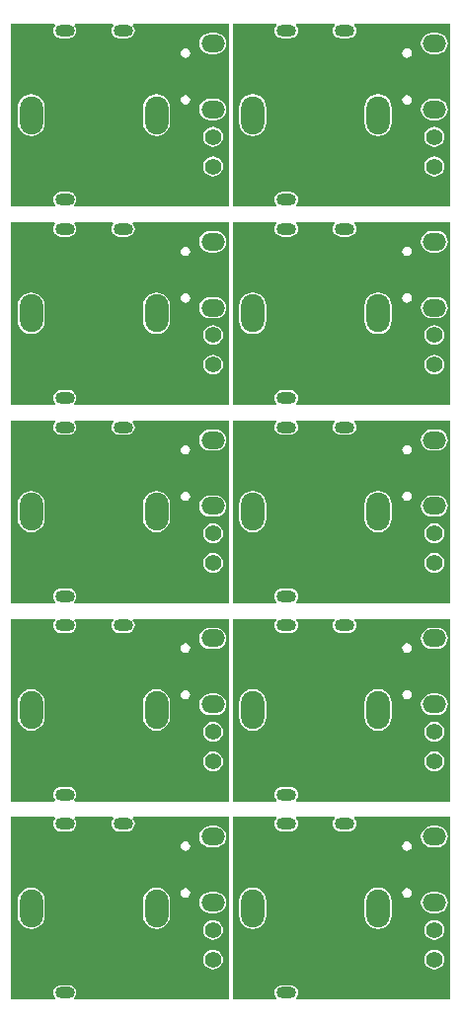
<source format=gbr>
%TF.GenerationSoftware,Altium Limited,Altium Designer,20.1.8 (145)*%
G04 Layer_Physical_Order=1*
G04 Layer_Color=2232046*
%FSLAX45Y45*%
%MOMM*%
%TF.SameCoordinates,0E9F4796-1360-41E2-86C3-8BEED11D2ECA*%
%TF.FilePolarity,Positive*%
%TF.FileFunction,Copper,L1,Top,Signal*%
%TF.Part,CustomerPanel*%
G01*
G75*
%TA.AperFunction,ComponentPad*%
G04:AMPARAMS|DCode=10|XSize=2mm|YSize=3.25mm|CornerRadius=1mm|HoleSize=0mm|Usage=FLASHONLY|Rotation=180.000|XOffset=0mm|YOffset=0mm|HoleType=Round|Shape=RoundedRectangle|*
%AMROUNDEDRECTD10*
21,1,2.00000,1.25000,0,0,180.0*
21,1,0.00000,3.25000,0,0,180.0*
1,1,2.00000,0.00000,0.62500*
1,1,2.00000,0.00000,0.62500*
1,1,2.00000,0.00000,-0.62500*
1,1,2.00000,0.00000,-0.62500*
%
%ADD10ROUNDEDRECTD10*%
%ADD11O,2.00000X3.25000*%
%ADD12O,1.70000X1.00000*%
%ADD13O,2.00000X1.50000*%
G04:AMPARAMS|DCode=14|XSize=1.4mm|YSize=1.4mm|CornerRadius=0.7mm|HoleSize=0mm|Usage=FLASHONLY|Rotation=270.000|XOffset=0mm|YOffset=0mm|HoleType=Round|Shape=RoundedRectangle|*
%AMROUNDEDRECTD14*
21,1,1.40000,0.00000,0,0,270.0*
21,1,0.00000,1.40000,0,0,270.0*
1,1,1.40000,0.00000,0.00000*
1,1,1.40000,0.00000,0.00000*
1,1,1.40000,0.00000,0.00000*
1,1,1.40000,0.00000,0.00000*
%
%ADD14ROUNDEDRECTD14*%
%TA.AperFunction,ViaPad*%
%ADD15C,0.61000*%
G36*
X5283167Y7516834D02*
X3964374D01*
X3960172Y7526945D01*
X3959761Y7529534D01*
X3969787Y7542599D01*
X3976361Y7558469D01*
X3978603Y7575500D01*
X3976361Y7592531D01*
X3969787Y7608402D01*
X3959329Y7622030D01*
X3945701Y7632487D01*
X3929831Y7639061D01*
X3912800Y7641303D01*
X3842800D01*
X3825769Y7639061D01*
X3809899Y7632487D01*
X3796271Y7622030D01*
X3785813Y7608402D01*
X3779239Y7592531D01*
X3776997Y7575500D01*
X3779239Y7558469D01*
X3785813Y7542599D01*
X3795838Y7529534D01*
X3795428Y7526945D01*
X3791226Y7516834D01*
X3416833D01*
Y9083167D01*
X3789923D01*
X3793611Y9076696D01*
X3795071Y9070467D01*
X3785813Y9058402D01*
X3779239Y9042531D01*
X3776997Y9025500D01*
X3779239Y9008469D01*
X3785813Y8992599D01*
X3796271Y8978971D01*
X3809899Y8968513D01*
X3825769Y8961940D01*
X3842800Y8959698D01*
X3912800D01*
X3929831Y8961940D01*
X3945701Y8968513D01*
X3959329Y8978971D01*
X3969787Y8992599D01*
X3976361Y9008469D01*
X3978603Y9025500D01*
X3976361Y9042531D01*
X3969787Y9058402D01*
X3960529Y9070467D01*
X3961989Y9076696D01*
X3965677Y9083167D01*
X4289923D01*
X4293611Y9076696D01*
X4295071Y9070467D01*
X4285813Y9058402D01*
X4279239Y9042531D01*
X4276997Y9025500D01*
X4279239Y9008469D01*
X4285813Y8992599D01*
X4296271Y8978971D01*
X4309899Y8968513D01*
X4325769Y8961940D01*
X4342800Y8959698D01*
X4412800D01*
X4429831Y8961940D01*
X4445701Y8968513D01*
X4459329Y8978971D01*
X4469787Y8992599D01*
X4476361Y9008469D01*
X4478603Y9025500D01*
X4476361Y9042531D01*
X4469787Y9058402D01*
X4460529Y9070467D01*
X4461989Y9076696D01*
X4465677Y9083167D01*
X5283167D01*
Y7516834D01*
D02*
G37*
G36*
X3383167D02*
X2064374D01*
X2060172Y7526945D01*
X2059761Y7529534D01*
X2069787Y7542599D01*
X2076361Y7558469D01*
X2078603Y7575500D01*
X2076361Y7592531D01*
X2069787Y7608402D01*
X2059329Y7622030D01*
X2045701Y7632487D01*
X2029831Y7639061D01*
X2012800Y7641303D01*
X1942800D01*
X1925769Y7639061D01*
X1909899Y7632487D01*
X1896271Y7622030D01*
X1885813Y7608402D01*
X1879239Y7592531D01*
X1876997Y7575500D01*
X1879239Y7558469D01*
X1885813Y7542599D01*
X1895838Y7529534D01*
X1895428Y7526945D01*
X1891226Y7516834D01*
X1516833D01*
Y9083167D01*
X1889923D01*
X1893611Y9076696D01*
X1895071Y9070467D01*
X1885813Y9058402D01*
X1879239Y9042531D01*
X1876997Y9025500D01*
X1879239Y9008469D01*
X1885813Y8992599D01*
X1896271Y8978971D01*
X1909899Y8968513D01*
X1925769Y8961940D01*
X1942800Y8959698D01*
X2012800D01*
X2029831Y8961940D01*
X2045701Y8968513D01*
X2059329Y8978971D01*
X2069787Y8992599D01*
X2076361Y9008469D01*
X2078603Y9025500D01*
X2076361Y9042531D01*
X2069787Y9058402D01*
X2060529Y9070467D01*
X2061989Y9076696D01*
X2065677Y9083167D01*
X2389923D01*
X2393611Y9076696D01*
X2395071Y9070467D01*
X2385813Y9058402D01*
X2379239Y9042531D01*
X2376997Y9025500D01*
X2379239Y9008469D01*
X2385813Y8992599D01*
X2396271Y8978971D01*
X2409899Y8968513D01*
X2425769Y8961940D01*
X2442800Y8959698D01*
X2512800D01*
X2529831Y8961940D01*
X2545701Y8968513D01*
X2559329Y8978971D01*
X2569787Y8992599D01*
X2576361Y9008469D01*
X2578603Y9025500D01*
X2576361Y9042531D01*
X2569787Y9058402D01*
X2560529Y9070467D01*
X2561989Y9076696D01*
X2565677Y9083167D01*
X3383167D01*
Y7516834D01*
D02*
G37*
G36*
X5283167Y5816833D02*
X3964374D01*
X3960172Y5826945D01*
X3959761Y5829533D01*
X3969787Y5842599D01*
X3976361Y5858469D01*
X3978603Y5875500D01*
X3976361Y5892531D01*
X3969787Y5908401D01*
X3959329Y5922030D01*
X3945701Y5932487D01*
X3929831Y5939061D01*
X3912800Y5941303D01*
X3842800D01*
X3825769Y5939061D01*
X3809899Y5932487D01*
X3796271Y5922030D01*
X3785813Y5908401D01*
X3779239Y5892531D01*
X3776997Y5875500D01*
X3779239Y5858469D01*
X3785813Y5842599D01*
X3795838Y5829533D01*
X3795428Y5826945D01*
X3791226Y5816833D01*
X3416833D01*
Y7383167D01*
X3789923D01*
X3793611Y7376695D01*
X3795071Y7370467D01*
X3785813Y7358402D01*
X3779239Y7342531D01*
X3776997Y7325500D01*
X3779239Y7308469D01*
X3785813Y7292599D01*
X3796271Y7278971D01*
X3809899Y7268513D01*
X3825769Y7261940D01*
X3842800Y7259697D01*
X3912800D01*
X3929831Y7261940D01*
X3945701Y7268513D01*
X3959329Y7278971D01*
X3969787Y7292599D01*
X3976361Y7308469D01*
X3978603Y7325500D01*
X3976361Y7342531D01*
X3969787Y7358402D01*
X3960529Y7370467D01*
X3961989Y7376695D01*
X3965677Y7383167D01*
X4289923D01*
X4293611Y7376695D01*
X4295071Y7370467D01*
X4285813Y7358402D01*
X4279239Y7342531D01*
X4276997Y7325500D01*
X4279239Y7308469D01*
X4285813Y7292599D01*
X4296271Y7278971D01*
X4309899Y7268513D01*
X4325769Y7261940D01*
X4342800Y7259697D01*
X4412800D01*
X4429831Y7261940D01*
X4445701Y7268513D01*
X4459329Y7278971D01*
X4469787Y7292599D01*
X4476361Y7308469D01*
X4478603Y7325500D01*
X4476361Y7342531D01*
X4469787Y7358402D01*
X4460529Y7370467D01*
X4461989Y7376695D01*
X4465677Y7383167D01*
X5283167D01*
Y5816833D01*
D02*
G37*
G36*
X3383167D02*
X2064374D01*
X2060172Y5826945D01*
X2059761Y5829533D01*
X2069787Y5842599D01*
X2076361Y5858469D01*
X2078603Y5875500D01*
X2076361Y5892531D01*
X2069787Y5908401D01*
X2059329Y5922030D01*
X2045701Y5932487D01*
X2029831Y5939061D01*
X2012800Y5941303D01*
X1942800D01*
X1925769Y5939061D01*
X1909899Y5932487D01*
X1896271Y5922030D01*
X1885813Y5908401D01*
X1879239Y5892531D01*
X1876997Y5875500D01*
X1879239Y5858469D01*
X1885813Y5842599D01*
X1895838Y5829533D01*
X1895428Y5826945D01*
X1891226Y5816833D01*
X1516833D01*
Y7383167D01*
X1889923D01*
X1893611Y7376695D01*
X1895071Y7370467D01*
X1885813Y7358402D01*
X1879239Y7342531D01*
X1876997Y7325500D01*
X1879239Y7308469D01*
X1885813Y7292599D01*
X1896271Y7278971D01*
X1909899Y7268513D01*
X1925769Y7261940D01*
X1942800Y7259697D01*
X2012800D01*
X2029831Y7261940D01*
X2045701Y7268513D01*
X2059329Y7278971D01*
X2069787Y7292599D01*
X2076361Y7308469D01*
X2078603Y7325500D01*
X2076361Y7342531D01*
X2069787Y7358402D01*
X2060529Y7370467D01*
X2061989Y7376695D01*
X2065677Y7383167D01*
X2389923D01*
X2393611Y7376695D01*
X2395071Y7370467D01*
X2385813Y7358402D01*
X2379239Y7342531D01*
X2376997Y7325500D01*
X2379239Y7308469D01*
X2385813Y7292599D01*
X2396271Y7278971D01*
X2409899Y7268513D01*
X2425769Y7261940D01*
X2442800Y7259697D01*
X2512800D01*
X2529831Y7261940D01*
X2545701Y7268513D01*
X2559329Y7278971D01*
X2569787Y7292599D01*
X2576361Y7308469D01*
X2578603Y7325500D01*
X2576361Y7342531D01*
X2569787Y7358402D01*
X2560529Y7370467D01*
X2561989Y7376695D01*
X2565677Y7383167D01*
X3383167D01*
Y5816833D01*
D02*
G37*
G36*
X5283167Y4116833D02*
X3964374D01*
X3960172Y4126945D01*
X3959761Y4129533D01*
X3969787Y4142599D01*
X3976361Y4158469D01*
X3978603Y4175500D01*
X3976361Y4192531D01*
X3969787Y4208401D01*
X3959329Y4222029D01*
X3945701Y4232487D01*
X3929831Y4239061D01*
X3912800Y4241303D01*
X3842800D01*
X3825769Y4239061D01*
X3809899Y4232487D01*
X3796271Y4222029D01*
X3785813Y4208401D01*
X3779239Y4192531D01*
X3776997Y4175500D01*
X3779239Y4158469D01*
X3785813Y4142599D01*
X3795838Y4129533D01*
X3795428Y4126945D01*
X3791226Y4116833D01*
X3416833D01*
Y5683167D01*
X3789923D01*
X3793611Y5676695D01*
X3795071Y5670467D01*
X3785813Y5658401D01*
X3779239Y5642531D01*
X3776997Y5625500D01*
X3779239Y5608469D01*
X3785813Y5592599D01*
X3796271Y5578971D01*
X3809899Y5568513D01*
X3825769Y5561939D01*
X3842800Y5559697D01*
X3912800D01*
X3929831Y5561939D01*
X3945701Y5568513D01*
X3959329Y5578971D01*
X3969787Y5592599D01*
X3976361Y5608469D01*
X3978603Y5625500D01*
X3976361Y5642531D01*
X3969787Y5658401D01*
X3960529Y5670467D01*
X3961989Y5676695D01*
X3965677Y5683167D01*
X4289923D01*
X4293611Y5676695D01*
X4295071Y5670467D01*
X4285813Y5658401D01*
X4279239Y5642531D01*
X4276997Y5625500D01*
X4279239Y5608469D01*
X4285813Y5592599D01*
X4296271Y5578971D01*
X4309899Y5568513D01*
X4325769Y5561939D01*
X4342800Y5559697D01*
X4412800D01*
X4429831Y5561939D01*
X4445701Y5568513D01*
X4459329Y5578971D01*
X4469787Y5592599D01*
X4476361Y5608469D01*
X4478603Y5625500D01*
X4476361Y5642531D01*
X4469787Y5658401D01*
X4460529Y5670467D01*
X4461989Y5676695D01*
X4465677Y5683167D01*
X5283167D01*
Y4116833D01*
D02*
G37*
G36*
X3383167D02*
X2064374D01*
X2060172Y4126945D01*
X2059761Y4129533D01*
X2069787Y4142599D01*
X2076361Y4158469D01*
X2078603Y4175500D01*
X2076361Y4192531D01*
X2069787Y4208401D01*
X2059329Y4222029D01*
X2045701Y4232487D01*
X2029831Y4239061D01*
X2012800Y4241303D01*
X1942800D01*
X1925769Y4239061D01*
X1909899Y4232487D01*
X1896271Y4222029D01*
X1885813Y4208401D01*
X1879239Y4192531D01*
X1876997Y4175500D01*
X1879239Y4158469D01*
X1885813Y4142599D01*
X1895838Y4129533D01*
X1895428Y4126945D01*
X1891226Y4116833D01*
X1516833D01*
Y5683167D01*
X1889923D01*
X1893611Y5676695D01*
X1895071Y5670467D01*
X1885813Y5658401D01*
X1879239Y5642531D01*
X1876997Y5625500D01*
X1879239Y5608469D01*
X1885813Y5592599D01*
X1896271Y5578971D01*
X1909899Y5568513D01*
X1925769Y5561939D01*
X1942800Y5559697D01*
X2012800D01*
X2029831Y5561939D01*
X2045701Y5568513D01*
X2059329Y5578971D01*
X2069787Y5592599D01*
X2076361Y5608469D01*
X2078603Y5625500D01*
X2076361Y5642531D01*
X2069787Y5658401D01*
X2060529Y5670467D01*
X2061989Y5676695D01*
X2065677Y5683167D01*
X2389923D01*
X2393611Y5676695D01*
X2395071Y5670467D01*
X2385813Y5658401D01*
X2379239Y5642531D01*
X2376997Y5625500D01*
X2379239Y5608469D01*
X2385813Y5592599D01*
X2396271Y5578971D01*
X2409899Y5568513D01*
X2425769Y5561939D01*
X2442800Y5559697D01*
X2512800D01*
X2529831Y5561939D01*
X2545701Y5568513D01*
X2559329Y5578971D01*
X2569787Y5592599D01*
X2576361Y5608469D01*
X2578603Y5625500D01*
X2576361Y5642531D01*
X2569787Y5658401D01*
X2560529Y5670467D01*
X2561989Y5676695D01*
X2565677Y5683167D01*
X3383167D01*
Y4116833D01*
D02*
G37*
G36*
X5283167Y2416833D02*
X3964374D01*
X3960172Y2426944D01*
X3959761Y2429533D01*
X3969787Y2442598D01*
X3976361Y2458469D01*
X3978603Y2475500D01*
X3976361Y2492531D01*
X3969787Y2508401D01*
X3959329Y2522029D01*
X3945701Y2532487D01*
X3929831Y2539060D01*
X3912800Y2541303D01*
X3842800D01*
X3825769Y2539060D01*
X3809899Y2532487D01*
X3796271Y2522029D01*
X3785813Y2508401D01*
X3779239Y2492531D01*
X3776997Y2475500D01*
X3779239Y2458469D01*
X3785813Y2442598D01*
X3795838Y2429533D01*
X3795428Y2426944D01*
X3791226Y2416833D01*
X3416833D01*
Y3983167D01*
X3789923D01*
X3793611Y3976695D01*
X3795071Y3970467D01*
X3785813Y3958401D01*
X3779239Y3942531D01*
X3776997Y3925500D01*
X3779239Y3908469D01*
X3785813Y3892599D01*
X3796271Y3878970D01*
X3809899Y3868513D01*
X3825769Y3861939D01*
X3842800Y3859697D01*
X3912800D01*
X3929831Y3861939D01*
X3945701Y3868513D01*
X3959329Y3878970D01*
X3969787Y3892599D01*
X3976361Y3908469D01*
X3978603Y3925500D01*
X3976361Y3942531D01*
X3969787Y3958401D01*
X3960529Y3970467D01*
X3961989Y3976695D01*
X3965677Y3983167D01*
X4289923D01*
X4293611Y3976695D01*
X4295071Y3970467D01*
X4285813Y3958401D01*
X4279239Y3942531D01*
X4276997Y3925500D01*
X4279239Y3908469D01*
X4285813Y3892599D01*
X4296271Y3878970D01*
X4309899Y3868513D01*
X4325769Y3861939D01*
X4342800Y3859697D01*
X4412800D01*
X4429831Y3861939D01*
X4445701Y3868513D01*
X4459329Y3878970D01*
X4469787Y3892599D01*
X4476361Y3908469D01*
X4478603Y3925500D01*
X4476361Y3942531D01*
X4469787Y3958401D01*
X4460529Y3970467D01*
X4461989Y3976695D01*
X4465677Y3983167D01*
X5283167D01*
Y2416833D01*
D02*
G37*
G36*
X3383167D02*
X2064374D01*
X2060172Y2426944D01*
X2059761Y2429533D01*
X2069787Y2442598D01*
X2076361Y2458469D01*
X2078603Y2475500D01*
X2076361Y2492531D01*
X2069787Y2508401D01*
X2059329Y2522029D01*
X2045701Y2532487D01*
X2029831Y2539060D01*
X2012800Y2541303D01*
X1942800D01*
X1925769Y2539060D01*
X1909899Y2532487D01*
X1896271Y2522029D01*
X1885813Y2508401D01*
X1879239Y2492531D01*
X1876997Y2475500D01*
X1879239Y2458469D01*
X1885813Y2442598D01*
X1895838Y2429533D01*
X1895428Y2426944D01*
X1891226Y2416833D01*
X1516833D01*
Y3983167D01*
X1889923D01*
X1893611Y3976695D01*
X1895071Y3970467D01*
X1885813Y3958401D01*
X1879239Y3942531D01*
X1876997Y3925500D01*
X1879239Y3908469D01*
X1885813Y3892599D01*
X1896271Y3878970D01*
X1909899Y3868513D01*
X1925769Y3861939D01*
X1942800Y3859697D01*
X2012800D01*
X2029831Y3861939D01*
X2045701Y3868513D01*
X2059329Y3878970D01*
X2069787Y3892599D01*
X2076361Y3908469D01*
X2078603Y3925500D01*
X2076361Y3942531D01*
X2069787Y3958401D01*
X2060529Y3970467D01*
X2061989Y3976695D01*
X2065677Y3983167D01*
X2389923D01*
X2393611Y3976695D01*
X2395071Y3970467D01*
X2385813Y3958401D01*
X2379239Y3942531D01*
X2376997Y3925500D01*
X2379239Y3908469D01*
X2385813Y3892599D01*
X2396271Y3878970D01*
X2409899Y3868513D01*
X2425769Y3861939D01*
X2442800Y3859697D01*
X2512800D01*
X2529831Y3861939D01*
X2545701Y3868513D01*
X2559329Y3878970D01*
X2569787Y3892599D01*
X2576361Y3908469D01*
X2578603Y3925500D01*
X2576361Y3942531D01*
X2569787Y3958401D01*
X2560529Y3970467D01*
X2561989Y3976695D01*
X2565677Y3983167D01*
X3383167D01*
Y2416833D01*
D02*
G37*
G36*
X5283167Y716833D02*
X3964374D01*
X3960172Y726944D01*
X3959761Y729533D01*
X3969787Y742598D01*
X3976361Y758469D01*
X3978603Y775500D01*
X3976361Y792531D01*
X3969787Y808401D01*
X3959329Y822029D01*
X3945701Y832487D01*
X3929831Y839060D01*
X3912800Y841302D01*
X3842800D01*
X3825769Y839060D01*
X3809899Y832487D01*
X3796271Y822029D01*
X3785813Y808401D01*
X3779239Y792531D01*
X3776997Y775500D01*
X3779239Y758469D01*
X3785813Y742598D01*
X3795838Y729533D01*
X3795428Y726944D01*
X3791226Y716833D01*
X3416833D01*
Y2283166D01*
X3789923D01*
X3793611Y2276695D01*
X3795071Y2270466D01*
X3785813Y2258401D01*
X3779239Y2242531D01*
X3776997Y2225500D01*
X3779239Y2208469D01*
X3785813Y2192598D01*
X3796271Y2178970D01*
X3809899Y2168513D01*
X3825769Y2161939D01*
X3842800Y2159697D01*
X3912800D01*
X3929831Y2161939D01*
X3945701Y2168513D01*
X3959329Y2178970D01*
X3969787Y2192598D01*
X3976361Y2208469D01*
X3978603Y2225500D01*
X3976361Y2242531D01*
X3969787Y2258401D01*
X3960529Y2270466D01*
X3961989Y2276695D01*
X3965677Y2283166D01*
X4289923D01*
X4293611Y2276695D01*
X4295071Y2270466D01*
X4285813Y2258401D01*
X4279239Y2242531D01*
X4276997Y2225500D01*
X4279239Y2208469D01*
X4285813Y2192598D01*
X4296271Y2178970D01*
X4309899Y2168513D01*
X4325769Y2161939D01*
X4342800Y2159697D01*
X4412800D01*
X4429831Y2161939D01*
X4445701Y2168513D01*
X4459329Y2178970D01*
X4469787Y2192598D01*
X4476361Y2208469D01*
X4478603Y2225500D01*
X4476361Y2242531D01*
X4469787Y2258401D01*
X4460529Y2270466D01*
X4461989Y2276695D01*
X4465677Y2283166D01*
X5283167D01*
Y716833D01*
D02*
G37*
G36*
X3383167D02*
X2064374D01*
X2060172Y726944D01*
X2059761Y729533D01*
X2069787Y742598D01*
X2076361Y758469D01*
X2078603Y775500D01*
X2076361Y792531D01*
X2069787Y808401D01*
X2059329Y822029D01*
X2045701Y832487D01*
X2029831Y839060D01*
X2012800Y841302D01*
X1942800D01*
X1925769Y839060D01*
X1909899Y832487D01*
X1896271Y822029D01*
X1885813Y808401D01*
X1879239Y792531D01*
X1876997Y775500D01*
X1879239Y758469D01*
X1885813Y742598D01*
X1895838Y729533D01*
X1895428Y726944D01*
X1891226Y716833D01*
X1516833D01*
Y2283166D01*
X1889923D01*
X1893611Y2276695D01*
X1895071Y2270466D01*
X1885813Y2258401D01*
X1879239Y2242531D01*
X1876997Y2225500D01*
X1879239Y2208469D01*
X1885813Y2192598D01*
X1896271Y2178970D01*
X1909899Y2168513D01*
X1925769Y2161939D01*
X1942800Y2159697D01*
X2012800D01*
X2029831Y2161939D01*
X2045701Y2168513D01*
X2059329Y2178970D01*
X2069787Y2192598D01*
X2076361Y2208469D01*
X2078603Y2225500D01*
X2076361Y2242531D01*
X2069787Y2258401D01*
X2060529Y2270466D01*
X2061989Y2276695D01*
X2065677Y2283166D01*
X2389923D01*
X2393611Y2276695D01*
X2395071Y2270466D01*
X2385813Y2258401D01*
X2379239Y2242531D01*
X2376997Y2225500D01*
X2379239Y2208469D01*
X2385813Y2192598D01*
X2396271Y2178970D01*
X2409899Y2168513D01*
X2425769Y2161939D01*
X2442800Y2159697D01*
X2512800D01*
X2529831Y2161939D01*
X2545701Y2168513D01*
X2559329Y2178970D01*
X2569787Y2192598D01*
X2576361Y2208469D01*
X2578603Y2225500D01*
X2576361Y2242531D01*
X2569787Y2258401D01*
X2560529Y2270466D01*
X2561989Y2276695D01*
X2565677Y2283166D01*
X3383167D01*
Y716833D01*
D02*
G37*
%LPC*%
G36*
X5173800Y9006019D02*
X5123800D01*
X5100243Y9002917D01*
X5078291Y8993825D01*
X5059440Y8979360D01*
X5044976Y8960510D01*
X5035883Y8938557D01*
X5032781Y8915000D01*
X5035883Y8891443D01*
X5044976Y8869491D01*
X5059440Y8850640D01*
X5078291Y8836176D01*
X5100243Y8827083D01*
X5123800Y8823982D01*
X5173800D01*
X5197358Y8827083D01*
X5219310Y8836176D01*
X5238160Y8850640D01*
X5252625Y8869491D01*
X5261718Y8891443D01*
X5264819Y8915000D01*
X5261718Y8938557D01*
X5252625Y8960510D01*
X5238160Y8979360D01*
X5219310Y8993825D01*
X5197358Y9002917D01*
X5173800Y9006019D01*
D02*
G37*
G36*
X4913800Y8873029D02*
X4898099Y8869906D01*
X4884789Y8861012D01*
X4875895Y8847701D01*
X4872772Y8832000D01*
X4875895Y8816300D01*
X4884789Y8802989D01*
X4898099Y8794095D01*
X4913800Y8790972D01*
X4929501Y8794095D01*
X4942812Y8802989D01*
X4951705Y8816300D01*
X4954829Y8832000D01*
X4951705Y8847701D01*
X4942812Y8861012D01*
X4929501Y8869906D01*
X4913800Y8873029D01*
D02*
G37*
G36*
Y8473029D02*
X4898099Y8469905D01*
X4884789Y8461012D01*
X4875895Y8447701D01*
X4872772Y8432000D01*
X4875895Y8416299D01*
X4884789Y8402989D01*
X4898099Y8394095D01*
X4913800Y8390972D01*
X4929501Y8394095D01*
X4942812Y8402989D01*
X4951705Y8416299D01*
X4954829Y8432000D01*
X4951705Y8447701D01*
X4942812Y8461012D01*
X4929501Y8469905D01*
X4913800Y8473029D01*
D02*
G37*
G36*
X5173800Y8440019D02*
X5123800D01*
X5100243Y8436918D01*
X5078291Y8427825D01*
X5059440Y8413360D01*
X5044976Y8394510D01*
X5035883Y8372558D01*
X5032781Y8349000D01*
X5035883Y8325443D01*
X5044976Y8303491D01*
X5059440Y8284641D01*
X5078291Y8270176D01*
X5100243Y8261083D01*
X5123800Y8257982D01*
X5173800D01*
X5197358Y8261083D01*
X5219310Y8270176D01*
X5238160Y8284641D01*
X5252625Y8303491D01*
X5261718Y8325443D01*
X5264819Y8349000D01*
X5261718Y8372558D01*
X5252625Y8394510D01*
X5238160Y8413360D01*
X5219310Y8427825D01*
X5197358Y8436918D01*
X5173800Y8440019D01*
D02*
G37*
G36*
X4665300Y8479235D02*
X4635216Y8475274D01*
X4607183Y8463662D01*
X4583110Y8445190D01*
X4564638Y8421118D01*
X4553026Y8393084D01*
X4549066Y8363000D01*
Y8238000D01*
X4553026Y8207917D01*
X4564638Y8179883D01*
X4583110Y8155810D01*
X4607183Y8137338D01*
X4635216Y8125726D01*
X4665300Y8121766D01*
X4695384Y8125726D01*
X4723417Y8137338D01*
X4747490Y8155810D01*
X4765962Y8179883D01*
X4777574Y8207917D01*
X4781535Y8238000D01*
Y8363000D01*
X4777574Y8393084D01*
X4765962Y8421118D01*
X4747490Y8445190D01*
X4723417Y8463662D01*
X4695384Y8475274D01*
X4665300Y8479235D01*
D02*
G37*
G36*
X3590300D02*
X3560216Y8475274D01*
X3532183Y8463662D01*
X3508110Y8445190D01*
X3489638Y8421118D01*
X3478026Y8393084D01*
X3474065Y8363000D01*
Y8238000D01*
X3478026Y8207917D01*
X3489638Y8179883D01*
X3508110Y8155810D01*
X3532183Y8137338D01*
X3560216Y8125726D01*
X3590300Y8121766D01*
X3620384Y8125726D01*
X3648417Y8137338D01*
X3672490Y8155810D01*
X3690962Y8179883D01*
X3702574Y8207917D01*
X3706534Y8238000D01*
Y8363000D01*
X3702574Y8393084D01*
X3690962Y8421118D01*
X3672490Y8445190D01*
X3648417Y8463662D01*
X3620384Y8475274D01*
X3590300Y8479235D01*
D02*
G37*
G36*
X5148800Y8200656D02*
X5126548Y8197726D01*
X5105812Y8189137D01*
X5088006Y8175474D01*
X5074343Y8157668D01*
X5065754Y8136932D01*
X5062825Y8114680D01*
X5065754Y8092428D01*
X5074343Y8071693D01*
X5088006Y8053886D01*
X5105812Y8040223D01*
X5126548Y8031634D01*
X5148800Y8028705D01*
X5171052Y8031634D01*
X5191788Y8040223D01*
X5209594Y8053886D01*
X5223257Y8071693D01*
X5231846Y8092428D01*
X5234776Y8114680D01*
X5231846Y8136932D01*
X5223257Y8157668D01*
X5209594Y8175474D01*
X5191788Y8189137D01*
X5171052Y8197726D01*
X5148800Y8200656D01*
D02*
G37*
G36*
Y7946656D02*
X5126548Y7943726D01*
X5105812Y7935137D01*
X5088006Y7921474D01*
X5074343Y7903668D01*
X5065754Y7882932D01*
X5062825Y7860680D01*
X5065754Y7838428D01*
X5074343Y7817693D01*
X5088006Y7799886D01*
X5105812Y7786223D01*
X5126548Y7777634D01*
X5148800Y7774705D01*
X5171052Y7777634D01*
X5191788Y7786223D01*
X5209594Y7799886D01*
X5223257Y7817693D01*
X5231846Y7838428D01*
X5234776Y7860680D01*
X5231846Y7882932D01*
X5223257Y7903668D01*
X5209594Y7921474D01*
X5191788Y7935137D01*
X5171052Y7943726D01*
X5148800Y7946656D01*
D02*
G37*
G36*
X3273800Y9006019D02*
X3223800D01*
X3200243Y9002917D01*
X3178291Y8993825D01*
X3159440Y8979360D01*
X3144976Y8960510D01*
X3135883Y8938557D01*
X3132781Y8915000D01*
X3135883Y8891443D01*
X3144976Y8869491D01*
X3159440Y8850640D01*
X3178291Y8836176D01*
X3200243Y8827083D01*
X3223800Y8823982D01*
X3273800D01*
X3297358Y8827083D01*
X3319310Y8836176D01*
X3338160Y8850640D01*
X3352625Y8869491D01*
X3361718Y8891443D01*
X3364819Y8915000D01*
X3361718Y8938557D01*
X3352625Y8960510D01*
X3338160Y8979360D01*
X3319310Y8993825D01*
X3297358Y9002917D01*
X3273800Y9006019D01*
D02*
G37*
G36*
X3013800Y8873029D02*
X2998099Y8869906D01*
X2984789Y8861012D01*
X2975895Y8847701D01*
X2972772Y8832000D01*
X2975895Y8816300D01*
X2984789Y8802989D01*
X2998099Y8794095D01*
X3013800Y8790972D01*
X3029501Y8794095D01*
X3042812Y8802989D01*
X3051705Y8816300D01*
X3054829Y8832000D01*
X3051705Y8847701D01*
X3042812Y8861012D01*
X3029501Y8869906D01*
X3013800Y8873029D01*
D02*
G37*
G36*
Y8473029D02*
X2998099Y8469905D01*
X2984789Y8461012D01*
X2975895Y8447701D01*
X2972772Y8432000D01*
X2975895Y8416299D01*
X2984789Y8402989D01*
X2998099Y8394095D01*
X3013800Y8390972D01*
X3029501Y8394095D01*
X3042812Y8402989D01*
X3051705Y8416299D01*
X3054829Y8432000D01*
X3051705Y8447701D01*
X3042812Y8461012D01*
X3029501Y8469905D01*
X3013800Y8473029D01*
D02*
G37*
G36*
X3273800Y8440019D02*
X3223800D01*
X3200243Y8436918D01*
X3178291Y8427825D01*
X3159440Y8413360D01*
X3144976Y8394510D01*
X3135883Y8372558D01*
X3132781Y8349000D01*
X3135883Y8325443D01*
X3144976Y8303491D01*
X3159440Y8284641D01*
X3178291Y8270176D01*
X3200243Y8261083D01*
X3223800Y8257982D01*
X3273800D01*
X3297358Y8261083D01*
X3319310Y8270176D01*
X3338160Y8284641D01*
X3352625Y8303491D01*
X3361718Y8325443D01*
X3364819Y8349000D01*
X3361718Y8372558D01*
X3352625Y8394510D01*
X3338160Y8413360D01*
X3319310Y8427825D01*
X3297358Y8436918D01*
X3273800Y8440019D01*
D02*
G37*
G36*
X2765300Y8479235D02*
X2735216Y8475274D01*
X2707183Y8463662D01*
X2683110Y8445190D01*
X2664638Y8421118D01*
X2653026Y8393084D01*
X2649066Y8363000D01*
Y8238000D01*
X2653026Y8207917D01*
X2664638Y8179883D01*
X2683110Y8155810D01*
X2707183Y8137338D01*
X2735216Y8125726D01*
X2765300Y8121766D01*
X2795384Y8125726D01*
X2823417Y8137338D01*
X2847490Y8155810D01*
X2865962Y8179883D01*
X2877574Y8207917D01*
X2881534Y8238000D01*
Y8363000D01*
X2877574Y8393084D01*
X2865962Y8421118D01*
X2847490Y8445190D01*
X2823417Y8463662D01*
X2795384Y8475274D01*
X2765300Y8479235D01*
D02*
G37*
G36*
X1690300D02*
X1660216Y8475274D01*
X1632183Y8463662D01*
X1608110Y8445190D01*
X1589638Y8421118D01*
X1578026Y8393084D01*
X1574065Y8363000D01*
Y8238000D01*
X1578026Y8207917D01*
X1589638Y8179883D01*
X1608110Y8155810D01*
X1632183Y8137338D01*
X1660216Y8125726D01*
X1690300Y8121766D01*
X1720384Y8125726D01*
X1748417Y8137338D01*
X1772490Y8155810D01*
X1790962Y8179883D01*
X1802574Y8207917D01*
X1806534Y8238000D01*
Y8363000D01*
X1802574Y8393084D01*
X1790962Y8421118D01*
X1772490Y8445190D01*
X1748417Y8463662D01*
X1720384Y8475274D01*
X1690300Y8479235D01*
D02*
G37*
G36*
X3248800Y8200656D02*
X3226548Y8197726D01*
X3205812Y8189137D01*
X3188006Y8175474D01*
X3174343Y8157668D01*
X3165754Y8136932D01*
X3162825Y8114680D01*
X3165754Y8092428D01*
X3174343Y8071693D01*
X3188006Y8053886D01*
X3205812Y8040223D01*
X3226548Y8031634D01*
X3248800Y8028705D01*
X3271052Y8031634D01*
X3291788Y8040223D01*
X3309594Y8053886D01*
X3323257Y8071693D01*
X3331846Y8092428D01*
X3334776Y8114680D01*
X3331846Y8136932D01*
X3323257Y8157668D01*
X3309594Y8175474D01*
X3291788Y8189137D01*
X3271052Y8197726D01*
X3248800Y8200656D01*
D02*
G37*
G36*
Y7946656D02*
X3226548Y7943726D01*
X3205812Y7935137D01*
X3188006Y7921474D01*
X3174343Y7903668D01*
X3165754Y7882932D01*
X3162825Y7860680D01*
X3165754Y7838428D01*
X3174343Y7817693D01*
X3188006Y7799886D01*
X3205812Y7786223D01*
X3226548Y7777634D01*
X3248800Y7774705D01*
X3271052Y7777634D01*
X3291788Y7786223D01*
X3309594Y7799886D01*
X3323257Y7817693D01*
X3331846Y7838428D01*
X3334776Y7860680D01*
X3331846Y7882932D01*
X3323257Y7903668D01*
X3309594Y7921474D01*
X3291788Y7935137D01*
X3271052Y7943726D01*
X3248800Y7946656D01*
D02*
G37*
G36*
X5173800Y7306019D02*
X5123800D01*
X5100243Y7302917D01*
X5078291Y7293824D01*
X5059440Y7279360D01*
X5044976Y7260509D01*
X5035883Y7238557D01*
X5032781Y7215000D01*
X5035883Y7191443D01*
X5044976Y7169491D01*
X5059440Y7150640D01*
X5078291Y7136176D01*
X5100243Y7127083D01*
X5123800Y7123981D01*
X5173800D01*
X5197358Y7127083D01*
X5219310Y7136176D01*
X5238160Y7150640D01*
X5252625Y7169491D01*
X5261718Y7191443D01*
X5264819Y7215000D01*
X5261718Y7238557D01*
X5252625Y7260509D01*
X5238160Y7279360D01*
X5219310Y7293824D01*
X5197358Y7302917D01*
X5173800Y7306019D01*
D02*
G37*
G36*
X4913800Y7173029D02*
X4898099Y7169905D01*
X4884789Y7161012D01*
X4875895Y7147701D01*
X4872772Y7132000D01*
X4875895Y7116299D01*
X4884789Y7102989D01*
X4898099Y7094095D01*
X4913800Y7090972D01*
X4929501Y7094095D01*
X4942812Y7102989D01*
X4951705Y7116299D01*
X4954829Y7132000D01*
X4951705Y7147701D01*
X4942812Y7161012D01*
X4929501Y7169905D01*
X4913800Y7173029D01*
D02*
G37*
G36*
Y6773028D02*
X4898099Y6769905D01*
X4884789Y6761011D01*
X4875895Y6747701D01*
X4872772Y6732000D01*
X4875895Y6716299D01*
X4884789Y6702989D01*
X4898099Y6694095D01*
X4913800Y6690972D01*
X4929501Y6694095D01*
X4942812Y6702989D01*
X4951705Y6716299D01*
X4954829Y6732000D01*
X4951705Y6747701D01*
X4942812Y6761011D01*
X4929501Y6769905D01*
X4913800Y6773028D01*
D02*
G37*
G36*
X5173800Y6740019D02*
X5123800D01*
X5100243Y6736917D01*
X5078291Y6727824D01*
X5059440Y6713360D01*
X5044976Y6694510D01*
X5035883Y6672557D01*
X5032781Y6649000D01*
X5035883Y6625443D01*
X5044976Y6603491D01*
X5059440Y6584640D01*
X5078291Y6570176D01*
X5100243Y6561083D01*
X5123800Y6557982D01*
X5173800D01*
X5197358Y6561083D01*
X5219310Y6570176D01*
X5238160Y6584640D01*
X5252625Y6603491D01*
X5261718Y6625443D01*
X5264819Y6649000D01*
X5261718Y6672557D01*
X5252625Y6694510D01*
X5238160Y6713360D01*
X5219310Y6727824D01*
X5197358Y6736917D01*
X5173800Y6740019D01*
D02*
G37*
G36*
X4665300Y6779235D02*
X4635216Y6775274D01*
X4607183Y6763662D01*
X4583110Y6745190D01*
X4564638Y6721117D01*
X4553026Y6693084D01*
X4549066Y6663000D01*
Y6538000D01*
X4553026Y6507916D01*
X4564638Y6479883D01*
X4583110Y6455810D01*
X4607183Y6437338D01*
X4635216Y6425726D01*
X4665300Y6421766D01*
X4695384Y6425726D01*
X4723417Y6437338D01*
X4747490Y6455810D01*
X4765962Y6479883D01*
X4777574Y6507916D01*
X4781535Y6538000D01*
Y6663000D01*
X4777574Y6693084D01*
X4765962Y6721117D01*
X4747490Y6745190D01*
X4723417Y6763662D01*
X4695384Y6775274D01*
X4665300Y6779235D01*
D02*
G37*
G36*
X3590300D02*
X3560216Y6775274D01*
X3532183Y6763662D01*
X3508110Y6745190D01*
X3489638Y6721117D01*
X3478026Y6693084D01*
X3474065Y6663000D01*
Y6538000D01*
X3478026Y6507916D01*
X3489638Y6479883D01*
X3508110Y6455810D01*
X3532183Y6437338D01*
X3560216Y6425726D01*
X3590300Y6421766D01*
X3620384Y6425726D01*
X3648417Y6437338D01*
X3672490Y6455810D01*
X3690962Y6479883D01*
X3702574Y6507916D01*
X3706534Y6538000D01*
Y6663000D01*
X3702574Y6693084D01*
X3690962Y6721117D01*
X3672490Y6745190D01*
X3648417Y6763662D01*
X3620384Y6775274D01*
X3590300Y6779235D01*
D02*
G37*
G36*
X5148800Y6500656D02*
X5126548Y6497726D01*
X5105812Y6489137D01*
X5088006Y6475474D01*
X5074343Y6457668D01*
X5065754Y6436932D01*
X5062825Y6414680D01*
X5065754Y6392428D01*
X5074343Y6371692D01*
X5088006Y6353886D01*
X5105812Y6340223D01*
X5126548Y6331634D01*
X5148800Y6328705D01*
X5171052Y6331634D01*
X5191788Y6340223D01*
X5209594Y6353886D01*
X5223257Y6371692D01*
X5231846Y6392428D01*
X5234776Y6414680D01*
X5231846Y6436932D01*
X5223257Y6457668D01*
X5209594Y6475474D01*
X5191788Y6489137D01*
X5171052Y6497726D01*
X5148800Y6500656D01*
D02*
G37*
G36*
Y6246656D02*
X5126548Y6243726D01*
X5105812Y6235137D01*
X5088006Y6221474D01*
X5074343Y6203668D01*
X5065754Y6182932D01*
X5062825Y6160680D01*
X5065754Y6138428D01*
X5074343Y6117692D01*
X5088006Y6099886D01*
X5105812Y6086223D01*
X5126548Y6077634D01*
X5148800Y6074705D01*
X5171052Y6077634D01*
X5191788Y6086223D01*
X5209594Y6099886D01*
X5223257Y6117692D01*
X5231846Y6138428D01*
X5234776Y6160680D01*
X5231846Y6182932D01*
X5223257Y6203668D01*
X5209594Y6221474D01*
X5191788Y6235137D01*
X5171052Y6243726D01*
X5148800Y6246656D01*
D02*
G37*
G36*
X3273800Y7306019D02*
X3223800D01*
X3200243Y7302917D01*
X3178291Y7293824D01*
X3159440Y7279360D01*
X3144976Y7260509D01*
X3135883Y7238557D01*
X3132781Y7215000D01*
X3135883Y7191443D01*
X3144976Y7169491D01*
X3159440Y7150640D01*
X3178291Y7136176D01*
X3200243Y7127083D01*
X3223800Y7123981D01*
X3273800D01*
X3297358Y7127083D01*
X3319310Y7136176D01*
X3338160Y7150640D01*
X3352625Y7169491D01*
X3361718Y7191443D01*
X3364819Y7215000D01*
X3361718Y7238557D01*
X3352625Y7260509D01*
X3338160Y7279360D01*
X3319310Y7293824D01*
X3297358Y7302917D01*
X3273800Y7306019D01*
D02*
G37*
G36*
X3013800Y7173029D02*
X2998099Y7169905D01*
X2984789Y7161012D01*
X2975895Y7147701D01*
X2972772Y7132000D01*
X2975895Y7116299D01*
X2984789Y7102989D01*
X2998099Y7094095D01*
X3013800Y7090972D01*
X3029501Y7094095D01*
X3042812Y7102989D01*
X3051705Y7116299D01*
X3054829Y7132000D01*
X3051705Y7147701D01*
X3042812Y7161012D01*
X3029501Y7169905D01*
X3013800Y7173029D01*
D02*
G37*
G36*
Y6773028D02*
X2998099Y6769905D01*
X2984789Y6761011D01*
X2975895Y6747701D01*
X2972772Y6732000D01*
X2975895Y6716299D01*
X2984789Y6702989D01*
X2998099Y6694095D01*
X3013800Y6690972D01*
X3029501Y6694095D01*
X3042812Y6702989D01*
X3051705Y6716299D01*
X3054829Y6732000D01*
X3051705Y6747701D01*
X3042812Y6761011D01*
X3029501Y6769905D01*
X3013800Y6773028D01*
D02*
G37*
G36*
X3273800Y6740019D02*
X3223800D01*
X3200243Y6736917D01*
X3178291Y6727824D01*
X3159440Y6713360D01*
X3144976Y6694510D01*
X3135883Y6672557D01*
X3132781Y6649000D01*
X3135883Y6625443D01*
X3144976Y6603491D01*
X3159440Y6584640D01*
X3178291Y6570176D01*
X3200243Y6561083D01*
X3223800Y6557982D01*
X3273800D01*
X3297358Y6561083D01*
X3319310Y6570176D01*
X3338160Y6584640D01*
X3352625Y6603491D01*
X3361718Y6625443D01*
X3364819Y6649000D01*
X3361718Y6672557D01*
X3352625Y6694510D01*
X3338160Y6713360D01*
X3319310Y6727824D01*
X3297358Y6736917D01*
X3273800Y6740019D01*
D02*
G37*
G36*
X2765300Y6779235D02*
X2735216Y6775274D01*
X2707183Y6763662D01*
X2683110Y6745190D01*
X2664638Y6721117D01*
X2653026Y6693084D01*
X2649066Y6663000D01*
Y6538000D01*
X2653026Y6507916D01*
X2664638Y6479883D01*
X2683110Y6455810D01*
X2707183Y6437338D01*
X2735216Y6425726D01*
X2765300Y6421766D01*
X2795384Y6425726D01*
X2823417Y6437338D01*
X2847490Y6455810D01*
X2865962Y6479883D01*
X2877574Y6507916D01*
X2881534Y6538000D01*
Y6663000D01*
X2877574Y6693084D01*
X2865962Y6721117D01*
X2847490Y6745190D01*
X2823417Y6763662D01*
X2795384Y6775274D01*
X2765300Y6779235D01*
D02*
G37*
G36*
X1690300D02*
X1660216Y6775274D01*
X1632183Y6763662D01*
X1608110Y6745190D01*
X1589638Y6721117D01*
X1578026Y6693084D01*
X1574065Y6663000D01*
Y6538000D01*
X1578026Y6507916D01*
X1589638Y6479883D01*
X1608110Y6455810D01*
X1632183Y6437338D01*
X1660216Y6425726D01*
X1690300Y6421766D01*
X1720384Y6425726D01*
X1748417Y6437338D01*
X1772490Y6455810D01*
X1790962Y6479883D01*
X1802574Y6507916D01*
X1806534Y6538000D01*
Y6663000D01*
X1802574Y6693084D01*
X1790962Y6721117D01*
X1772490Y6745190D01*
X1748417Y6763662D01*
X1720384Y6775274D01*
X1690300Y6779235D01*
D02*
G37*
G36*
X3248800Y6500656D02*
X3226548Y6497726D01*
X3205812Y6489137D01*
X3188006Y6475474D01*
X3174343Y6457668D01*
X3165754Y6436932D01*
X3162825Y6414680D01*
X3165754Y6392428D01*
X3174343Y6371692D01*
X3188006Y6353886D01*
X3205812Y6340223D01*
X3226548Y6331634D01*
X3248800Y6328705D01*
X3271052Y6331634D01*
X3291788Y6340223D01*
X3309594Y6353886D01*
X3323257Y6371692D01*
X3331846Y6392428D01*
X3334776Y6414680D01*
X3331846Y6436932D01*
X3323257Y6457668D01*
X3309594Y6475474D01*
X3291788Y6489137D01*
X3271052Y6497726D01*
X3248800Y6500656D01*
D02*
G37*
G36*
Y6246656D02*
X3226548Y6243726D01*
X3205812Y6235137D01*
X3188006Y6221474D01*
X3174343Y6203668D01*
X3165754Y6182932D01*
X3162825Y6160680D01*
X3165754Y6138428D01*
X3174343Y6117692D01*
X3188006Y6099886D01*
X3205812Y6086223D01*
X3226548Y6077634D01*
X3248800Y6074705D01*
X3271052Y6077634D01*
X3291788Y6086223D01*
X3309594Y6099886D01*
X3323257Y6117692D01*
X3331846Y6138428D01*
X3334776Y6160680D01*
X3331846Y6182932D01*
X3323257Y6203668D01*
X3309594Y6221474D01*
X3291788Y6235137D01*
X3271052Y6243726D01*
X3248800Y6246656D01*
D02*
G37*
G36*
X5173800Y5606019D02*
X5123800D01*
X5100243Y5602917D01*
X5078291Y5593824D01*
X5059440Y5579360D01*
X5044976Y5560509D01*
X5035883Y5538557D01*
X5032781Y5515000D01*
X5035883Y5491443D01*
X5044976Y5469490D01*
X5059440Y5450640D01*
X5078291Y5436176D01*
X5100243Y5427083D01*
X5123800Y5423981D01*
X5173800D01*
X5197358Y5427083D01*
X5219310Y5436176D01*
X5238160Y5450640D01*
X5252625Y5469490D01*
X5261718Y5491443D01*
X5264819Y5515000D01*
X5261718Y5538557D01*
X5252625Y5560509D01*
X5238160Y5579360D01*
X5219310Y5593824D01*
X5197358Y5602917D01*
X5173800Y5606019D01*
D02*
G37*
G36*
X4913800Y5473028D02*
X4898099Y5469905D01*
X4884789Y5461011D01*
X4875895Y5447701D01*
X4872772Y5432000D01*
X4875895Y5416299D01*
X4884789Y5402989D01*
X4898099Y5394095D01*
X4913800Y5390972D01*
X4929501Y5394095D01*
X4942812Y5402989D01*
X4951705Y5416299D01*
X4954829Y5432000D01*
X4951705Y5447701D01*
X4942812Y5461011D01*
X4929501Y5469905D01*
X4913800Y5473028D01*
D02*
G37*
G36*
Y5073028D02*
X4898099Y5069905D01*
X4884789Y5061011D01*
X4875895Y5047701D01*
X4872772Y5032000D01*
X4875895Y5016299D01*
X4884789Y5002988D01*
X4898099Y4994095D01*
X4913800Y4990971D01*
X4929501Y4994095D01*
X4942812Y5002988D01*
X4951705Y5016299D01*
X4954829Y5032000D01*
X4951705Y5047701D01*
X4942812Y5061011D01*
X4929501Y5069905D01*
X4913800Y5073028D01*
D02*
G37*
G36*
X5173800Y5040019D02*
X5123800D01*
X5100243Y5036917D01*
X5078291Y5027824D01*
X5059440Y5013360D01*
X5044976Y4994509D01*
X5035883Y4972557D01*
X5032781Y4949000D01*
X5035883Y4925443D01*
X5044976Y4903491D01*
X5059440Y4884640D01*
X5078291Y4870176D01*
X5100243Y4861083D01*
X5123800Y4857981D01*
X5173800D01*
X5197358Y4861083D01*
X5219310Y4870176D01*
X5238160Y4884640D01*
X5252625Y4903491D01*
X5261718Y4925443D01*
X5264819Y4949000D01*
X5261718Y4972557D01*
X5252625Y4994509D01*
X5238160Y5013360D01*
X5219310Y5027824D01*
X5197358Y5036917D01*
X5173800Y5040019D01*
D02*
G37*
G36*
X4665300Y5079234D02*
X4635216Y5075274D01*
X4607183Y5063662D01*
X4583110Y5045190D01*
X4564638Y5021117D01*
X4553026Y4993084D01*
X4549066Y4963000D01*
Y4838000D01*
X4553026Y4807916D01*
X4564638Y4779883D01*
X4583110Y4755810D01*
X4607183Y4737338D01*
X4635216Y4725726D01*
X4665300Y4721766D01*
X4695384Y4725726D01*
X4723417Y4737338D01*
X4747490Y4755810D01*
X4765962Y4779883D01*
X4777574Y4807916D01*
X4781535Y4838000D01*
Y4963000D01*
X4777574Y4993084D01*
X4765962Y5021117D01*
X4747490Y5045190D01*
X4723417Y5063662D01*
X4695384Y5075274D01*
X4665300Y5079234D01*
D02*
G37*
G36*
X3590300D02*
X3560216Y5075274D01*
X3532183Y5063662D01*
X3508110Y5045190D01*
X3489638Y5021117D01*
X3478026Y4993084D01*
X3474065Y4963000D01*
Y4838000D01*
X3478026Y4807916D01*
X3489638Y4779883D01*
X3508110Y4755810D01*
X3532183Y4737338D01*
X3560216Y4725726D01*
X3590300Y4721766D01*
X3620384Y4725726D01*
X3648417Y4737338D01*
X3672490Y4755810D01*
X3690962Y4779883D01*
X3702574Y4807916D01*
X3706534Y4838000D01*
Y4963000D01*
X3702574Y4993084D01*
X3690962Y5021117D01*
X3672490Y5045190D01*
X3648417Y5063662D01*
X3620384Y5075274D01*
X3590300Y5079234D01*
D02*
G37*
G36*
X5148800Y4800655D02*
X5126548Y4797726D01*
X5105812Y4789137D01*
X5088006Y4775474D01*
X5074343Y4757668D01*
X5065754Y4736932D01*
X5062825Y4714680D01*
X5065754Y4692428D01*
X5074343Y4671692D01*
X5088006Y4653886D01*
X5105812Y4640223D01*
X5126548Y4631634D01*
X5148800Y4628704D01*
X5171052Y4631634D01*
X5191788Y4640223D01*
X5209594Y4653886D01*
X5223257Y4671692D01*
X5231846Y4692428D01*
X5234776Y4714680D01*
X5231846Y4736932D01*
X5223257Y4757668D01*
X5209594Y4775474D01*
X5191788Y4789137D01*
X5171052Y4797726D01*
X5148800Y4800655D01*
D02*
G37*
G36*
Y4546655D02*
X5126548Y4543726D01*
X5105812Y4535137D01*
X5088006Y4521474D01*
X5074343Y4503668D01*
X5065754Y4482932D01*
X5062825Y4460680D01*
X5065754Y4438428D01*
X5074343Y4417692D01*
X5088006Y4399886D01*
X5105812Y4386223D01*
X5126548Y4377634D01*
X5148800Y4374704D01*
X5171052Y4377634D01*
X5191788Y4386223D01*
X5209594Y4399886D01*
X5223257Y4417692D01*
X5231846Y4438428D01*
X5234776Y4460680D01*
X5231846Y4482932D01*
X5223257Y4503668D01*
X5209594Y4521474D01*
X5191788Y4535137D01*
X5171052Y4543726D01*
X5148800Y4546655D01*
D02*
G37*
G36*
X3273800Y5606019D02*
X3223800D01*
X3200243Y5602917D01*
X3178291Y5593824D01*
X3159440Y5579360D01*
X3144976Y5560509D01*
X3135883Y5538557D01*
X3132781Y5515000D01*
X3135883Y5491443D01*
X3144976Y5469490D01*
X3159440Y5450640D01*
X3178291Y5436176D01*
X3200243Y5427083D01*
X3223800Y5423981D01*
X3273800D01*
X3297358Y5427083D01*
X3319310Y5436176D01*
X3338160Y5450640D01*
X3352625Y5469490D01*
X3361718Y5491443D01*
X3364819Y5515000D01*
X3361718Y5538557D01*
X3352625Y5560509D01*
X3338160Y5579360D01*
X3319310Y5593824D01*
X3297358Y5602917D01*
X3273800Y5606019D01*
D02*
G37*
G36*
X3013800Y5473028D02*
X2998099Y5469905D01*
X2984789Y5461011D01*
X2975895Y5447701D01*
X2972772Y5432000D01*
X2975895Y5416299D01*
X2984789Y5402989D01*
X2998099Y5394095D01*
X3013800Y5390972D01*
X3029501Y5394095D01*
X3042812Y5402989D01*
X3051705Y5416299D01*
X3054829Y5432000D01*
X3051705Y5447701D01*
X3042812Y5461011D01*
X3029501Y5469905D01*
X3013800Y5473028D01*
D02*
G37*
G36*
Y5073028D02*
X2998099Y5069905D01*
X2984789Y5061011D01*
X2975895Y5047701D01*
X2972772Y5032000D01*
X2975895Y5016299D01*
X2984789Y5002988D01*
X2998099Y4994095D01*
X3013800Y4990971D01*
X3029501Y4994095D01*
X3042812Y5002988D01*
X3051705Y5016299D01*
X3054829Y5032000D01*
X3051705Y5047701D01*
X3042812Y5061011D01*
X3029501Y5069905D01*
X3013800Y5073028D01*
D02*
G37*
G36*
X3273800Y5040019D02*
X3223800D01*
X3200243Y5036917D01*
X3178291Y5027824D01*
X3159440Y5013360D01*
X3144976Y4994509D01*
X3135883Y4972557D01*
X3132781Y4949000D01*
X3135883Y4925443D01*
X3144976Y4903491D01*
X3159440Y4884640D01*
X3178291Y4870176D01*
X3200243Y4861083D01*
X3223800Y4857981D01*
X3273800D01*
X3297358Y4861083D01*
X3319310Y4870176D01*
X3338160Y4884640D01*
X3352625Y4903491D01*
X3361718Y4925443D01*
X3364819Y4949000D01*
X3361718Y4972557D01*
X3352625Y4994509D01*
X3338160Y5013360D01*
X3319310Y5027824D01*
X3297358Y5036917D01*
X3273800Y5040019D01*
D02*
G37*
G36*
X2765300Y5079234D02*
X2735216Y5075274D01*
X2707183Y5063662D01*
X2683110Y5045190D01*
X2664638Y5021117D01*
X2653026Y4993084D01*
X2649066Y4963000D01*
Y4838000D01*
X2653026Y4807916D01*
X2664638Y4779883D01*
X2683110Y4755810D01*
X2707183Y4737338D01*
X2735216Y4725726D01*
X2765300Y4721766D01*
X2795384Y4725726D01*
X2823417Y4737338D01*
X2847490Y4755810D01*
X2865962Y4779883D01*
X2877574Y4807916D01*
X2881534Y4838000D01*
Y4963000D01*
X2877574Y4993084D01*
X2865962Y5021117D01*
X2847490Y5045190D01*
X2823417Y5063662D01*
X2795384Y5075274D01*
X2765300Y5079234D01*
D02*
G37*
G36*
X1690300D02*
X1660216Y5075274D01*
X1632183Y5063662D01*
X1608110Y5045190D01*
X1589638Y5021117D01*
X1578026Y4993084D01*
X1574065Y4963000D01*
Y4838000D01*
X1578026Y4807916D01*
X1589638Y4779883D01*
X1608110Y4755810D01*
X1632183Y4737338D01*
X1660216Y4725726D01*
X1690300Y4721766D01*
X1720384Y4725726D01*
X1748417Y4737338D01*
X1772490Y4755810D01*
X1790962Y4779883D01*
X1802574Y4807916D01*
X1806534Y4838000D01*
Y4963000D01*
X1802574Y4993084D01*
X1790962Y5021117D01*
X1772490Y5045190D01*
X1748417Y5063662D01*
X1720384Y5075274D01*
X1690300Y5079234D01*
D02*
G37*
G36*
X3248800Y4800655D02*
X3226548Y4797726D01*
X3205812Y4789137D01*
X3188006Y4775474D01*
X3174343Y4757668D01*
X3165754Y4736932D01*
X3162825Y4714680D01*
X3165754Y4692428D01*
X3174343Y4671692D01*
X3188006Y4653886D01*
X3205812Y4640223D01*
X3226548Y4631634D01*
X3248800Y4628704D01*
X3271052Y4631634D01*
X3291788Y4640223D01*
X3309594Y4653886D01*
X3323257Y4671692D01*
X3331846Y4692428D01*
X3334776Y4714680D01*
X3331846Y4736932D01*
X3323257Y4757668D01*
X3309594Y4775474D01*
X3291788Y4789137D01*
X3271052Y4797726D01*
X3248800Y4800655D01*
D02*
G37*
G36*
Y4546655D02*
X3226548Y4543726D01*
X3205812Y4535137D01*
X3188006Y4521474D01*
X3174343Y4503668D01*
X3165754Y4482932D01*
X3162825Y4460680D01*
X3165754Y4438428D01*
X3174343Y4417692D01*
X3188006Y4399886D01*
X3205812Y4386223D01*
X3226548Y4377634D01*
X3248800Y4374704D01*
X3271052Y4377634D01*
X3291788Y4386223D01*
X3309594Y4399886D01*
X3323257Y4417692D01*
X3331846Y4438428D01*
X3334776Y4460680D01*
X3331846Y4482932D01*
X3323257Y4503668D01*
X3309594Y4521474D01*
X3291788Y4535137D01*
X3271052Y4543726D01*
X3248800Y4546655D01*
D02*
G37*
G36*
X5173800Y3906018D02*
X5123800D01*
X5100243Y3902917D01*
X5078291Y3893824D01*
X5059440Y3879360D01*
X5044976Y3860509D01*
X5035883Y3838557D01*
X5032781Y3815000D01*
X5035883Y3791443D01*
X5044976Y3769490D01*
X5059440Y3750640D01*
X5078291Y3736175D01*
X5100243Y3727082D01*
X5123800Y3723981D01*
X5173800D01*
X5197358Y3727082D01*
X5219310Y3736175D01*
X5238160Y3750640D01*
X5252625Y3769490D01*
X5261718Y3791443D01*
X5264819Y3815000D01*
X5261718Y3838557D01*
X5252625Y3860509D01*
X5238160Y3879360D01*
X5219310Y3893824D01*
X5197358Y3902917D01*
X5173800Y3906018D01*
D02*
G37*
G36*
X4913800Y3773028D02*
X4898099Y3769905D01*
X4884789Y3761011D01*
X4875895Y3747701D01*
X4872772Y3732000D01*
X4875895Y3716299D01*
X4884789Y3702989D01*
X4898099Y3694095D01*
X4913800Y3690972D01*
X4929501Y3694095D01*
X4942812Y3702989D01*
X4951705Y3716299D01*
X4954829Y3732000D01*
X4951705Y3747701D01*
X4942812Y3761011D01*
X4929501Y3769905D01*
X4913800Y3773028D01*
D02*
G37*
G36*
Y3373028D02*
X4898099Y3369905D01*
X4884789Y3361011D01*
X4875895Y3347700D01*
X4872772Y3332000D01*
X4875895Y3316299D01*
X4884789Y3302988D01*
X4898099Y3294095D01*
X4913800Y3290971D01*
X4929501Y3294095D01*
X4942812Y3302988D01*
X4951705Y3316299D01*
X4954829Y3332000D01*
X4951705Y3347700D01*
X4942812Y3361011D01*
X4929501Y3369905D01*
X4913800Y3373028D01*
D02*
G37*
G36*
X5173800Y3340018D02*
X5123800D01*
X5100243Y3336917D01*
X5078291Y3327824D01*
X5059440Y3313360D01*
X5044976Y3294509D01*
X5035883Y3272557D01*
X5032781Y3249000D01*
X5035883Y3225443D01*
X5044976Y3203490D01*
X5059440Y3184640D01*
X5078291Y3170176D01*
X5100243Y3161083D01*
X5123800Y3157981D01*
X5173800D01*
X5197358Y3161083D01*
X5219310Y3170176D01*
X5238160Y3184640D01*
X5252625Y3203490D01*
X5261718Y3225443D01*
X5264819Y3249000D01*
X5261718Y3272557D01*
X5252625Y3294509D01*
X5238160Y3313360D01*
X5219310Y3327824D01*
X5197358Y3336917D01*
X5173800Y3340018D01*
D02*
G37*
G36*
X4665300Y3379234D02*
X4635216Y3375274D01*
X4607183Y3363662D01*
X4583110Y3345190D01*
X4564638Y3321117D01*
X4553026Y3293084D01*
X4549066Y3263000D01*
Y3138000D01*
X4553026Y3107916D01*
X4564638Y3079883D01*
X4583110Y3055810D01*
X4607183Y3037338D01*
X4635216Y3025726D01*
X4665300Y3021765D01*
X4695384Y3025726D01*
X4723417Y3037338D01*
X4747490Y3055810D01*
X4765962Y3079883D01*
X4777574Y3107916D01*
X4781535Y3138000D01*
Y3263000D01*
X4777574Y3293084D01*
X4765962Y3321117D01*
X4747490Y3345190D01*
X4723417Y3363662D01*
X4695384Y3375274D01*
X4665300Y3379234D01*
D02*
G37*
G36*
X3590300D02*
X3560216Y3375274D01*
X3532183Y3363662D01*
X3508110Y3345190D01*
X3489638Y3321117D01*
X3478026Y3293084D01*
X3474065Y3263000D01*
Y3138000D01*
X3478026Y3107916D01*
X3489638Y3079883D01*
X3508110Y3055810D01*
X3532183Y3037338D01*
X3560216Y3025726D01*
X3590300Y3021765D01*
X3620384Y3025726D01*
X3648417Y3037338D01*
X3672490Y3055810D01*
X3690962Y3079883D01*
X3702574Y3107916D01*
X3706534Y3138000D01*
Y3263000D01*
X3702574Y3293084D01*
X3690962Y3321117D01*
X3672490Y3345190D01*
X3648417Y3363662D01*
X3620384Y3375274D01*
X3590300Y3379234D01*
D02*
G37*
G36*
X5148800Y3100655D02*
X5126548Y3097726D01*
X5105812Y3089137D01*
X5088006Y3075474D01*
X5074343Y3057667D01*
X5065754Y3036932D01*
X5062825Y3014680D01*
X5065754Y2992428D01*
X5074343Y2971692D01*
X5088006Y2953886D01*
X5105812Y2940223D01*
X5126548Y2931634D01*
X5148800Y2928704D01*
X5171052Y2931634D01*
X5191788Y2940223D01*
X5209594Y2953886D01*
X5223257Y2971692D01*
X5231846Y2992428D01*
X5234776Y3014680D01*
X5231846Y3036932D01*
X5223257Y3057667D01*
X5209594Y3075474D01*
X5191788Y3089137D01*
X5171052Y3097726D01*
X5148800Y3100655D01*
D02*
G37*
G36*
Y2846655D02*
X5126548Y2843726D01*
X5105812Y2835137D01*
X5088006Y2821474D01*
X5074343Y2803667D01*
X5065754Y2782932D01*
X5062825Y2760680D01*
X5065754Y2738428D01*
X5074343Y2717692D01*
X5088006Y2699886D01*
X5105812Y2686223D01*
X5126548Y2677634D01*
X5148800Y2674704D01*
X5171052Y2677634D01*
X5191788Y2686223D01*
X5209594Y2699886D01*
X5223257Y2717692D01*
X5231846Y2738428D01*
X5234776Y2760680D01*
X5231846Y2782932D01*
X5223257Y2803667D01*
X5209594Y2821474D01*
X5191788Y2835137D01*
X5171052Y2843726D01*
X5148800Y2846655D01*
D02*
G37*
G36*
X3273800Y3906018D02*
X3223800D01*
X3200243Y3902917D01*
X3178291Y3893824D01*
X3159440Y3879360D01*
X3144976Y3860509D01*
X3135883Y3838557D01*
X3132781Y3815000D01*
X3135883Y3791443D01*
X3144976Y3769490D01*
X3159440Y3750640D01*
X3178291Y3736175D01*
X3200243Y3727082D01*
X3223800Y3723981D01*
X3273800D01*
X3297358Y3727082D01*
X3319310Y3736175D01*
X3338160Y3750640D01*
X3352625Y3769490D01*
X3361718Y3791443D01*
X3364819Y3815000D01*
X3361718Y3838557D01*
X3352625Y3860509D01*
X3338160Y3879360D01*
X3319310Y3893824D01*
X3297358Y3902917D01*
X3273800Y3906018D01*
D02*
G37*
G36*
X3013800Y3773028D02*
X2998099Y3769905D01*
X2984789Y3761011D01*
X2975895Y3747701D01*
X2972772Y3732000D01*
X2975895Y3716299D01*
X2984789Y3702989D01*
X2998099Y3694095D01*
X3013800Y3690972D01*
X3029501Y3694095D01*
X3042812Y3702989D01*
X3051705Y3716299D01*
X3054829Y3732000D01*
X3051705Y3747701D01*
X3042812Y3761011D01*
X3029501Y3769905D01*
X3013800Y3773028D01*
D02*
G37*
G36*
Y3373028D02*
X2998099Y3369905D01*
X2984789Y3361011D01*
X2975895Y3347700D01*
X2972772Y3332000D01*
X2975895Y3316299D01*
X2984789Y3302988D01*
X2998099Y3294095D01*
X3013800Y3290971D01*
X3029501Y3294095D01*
X3042812Y3302988D01*
X3051705Y3316299D01*
X3054829Y3332000D01*
X3051705Y3347700D01*
X3042812Y3361011D01*
X3029501Y3369905D01*
X3013800Y3373028D01*
D02*
G37*
G36*
X3273800Y3340018D02*
X3223800D01*
X3200243Y3336917D01*
X3178291Y3327824D01*
X3159440Y3313360D01*
X3144976Y3294509D01*
X3135883Y3272557D01*
X3132781Y3249000D01*
X3135883Y3225443D01*
X3144976Y3203490D01*
X3159440Y3184640D01*
X3178291Y3170176D01*
X3200243Y3161083D01*
X3223800Y3157981D01*
X3273800D01*
X3297358Y3161083D01*
X3319310Y3170176D01*
X3338160Y3184640D01*
X3352625Y3203490D01*
X3361718Y3225443D01*
X3364819Y3249000D01*
X3361718Y3272557D01*
X3352625Y3294509D01*
X3338160Y3313360D01*
X3319310Y3327824D01*
X3297358Y3336917D01*
X3273800Y3340018D01*
D02*
G37*
G36*
X2765300Y3379234D02*
X2735216Y3375274D01*
X2707183Y3363662D01*
X2683110Y3345190D01*
X2664638Y3321117D01*
X2653026Y3293084D01*
X2649066Y3263000D01*
Y3138000D01*
X2653026Y3107916D01*
X2664638Y3079883D01*
X2683110Y3055810D01*
X2707183Y3037338D01*
X2735216Y3025726D01*
X2765300Y3021765D01*
X2795384Y3025726D01*
X2823417Y3037338D01*
X2847490Y3055810D01*
X2865962Y3079883D01*
X2877574Y3107916D01*
X2881534Y3138000D01*
Y3263000D01*
X2877574Y3293084D01*
X2865962Y3321117D01*
X2847490Y3345190D01*
X2823417Y3363662D01*
X2795384Y3375274D01*
X2765300Y3379234D01*
D02*
G37*
G36*
X1690300D02*
X1660216Y3375274D01*
X1632183Y3363662D01*
X1608110Y3345190D01*
X1589638Y3321117D01*
X1578026Y3293084D01*
X1574065Y3263000D01*
Y3138000D01*
X1578026Y3107916D01*
X1589638Y3079883D01*
X1608110Y3055810D01*
X1632183Y3037338D01*
X1660216Y3025726D01*
X1690300Y3021765D01*
X1720384Y3025726D01*
X1748417Y3037338D01*
X1772490Y3055810D01*
X1790962Y3079883D01*
X1802574Y3107916D01*
X1806534Y3138000D01*
Y3263000D01*
X1802574Y3293084D01*
X1790962Y3321117D01*
X1772490Y3345190D01*
X1748417Y3363662D01*
X1720384Y3375274D01*
X1690300Y3379234D01*
D02*
G37*
G36*
X3248800Y3100655D02*
X3226548Y3097726D01*
X3205812Y3089137D01*
X3188006Y3075474D01*
X3174343Y3057667D01*
X3165754Y3036932D01*
X3162825Y3014680D01*
X3165754Y2992428D01*
X3174343Y2971692D01*
X3188006Y2953886D01*
X3205812Y2940223D01*
X3226548Y2931634D01*
X3248800Y2928704D01*
X3271052Y2931634D01*
X3291788Y2940223D01*
X3309594Y2953886D01*
X3323257Y2971692D01*
X3331846Y2992428D01*
X3334776Y3014680D01*
X3331846Y3036932D01*
X3323257Y3057667D01*
X3309594Y3075474D01*
X3291788Y3089137D01*
X3271052Y3097726D01*
X3248800Y3100655D01*
D02*
G37*
G36*
Y2846655D02*
X3226548Y2843726D01*
X3205812Y2835137D01*
X3188006Y2821474D01*
X3174343Y2803667D01*
X3165754Y2782932D01*
X3162825Y2760680D01*
X3165754Y2738428D01*
X3174343Y2717692D01*
X3188006Y2699886D01*
X3205812Y2686223D01*
X3226548Y2677634D01*
X3248800Y2674704D01*
X3271052Y2677634D01*
X3291788Y2686223D01*
X3309594Y2699886D01*
X3323257Y2717692D01*
X3331846Y2738428D01*
X3334776Y2760680D01*
X3331846Y2782932D01*
X3323257Y2803667D01*
X3309594Y2821474D01*
X3291788Y2835137D01*
X3271052Y2843726D01*
X3248800Y2846655D01*
D02*
G37*
G36*
X5173800Y2206018D02*
X5123800D01*
X5100243Y2202917D01*
X5078291Y2193824D01*
X5059440Y2179359D01*
X5044976Y2160509D01*
X5035883Y2138557D01*
X5032781Y2115000D01*
X5035883Y2091442D01*
X5044976Y2069490D01*
X5059440Y2050640D01*
X5078291Y2036175D01*
X5100243Y2027082D01*
X5123800Y2023981D01*
X5173800D01*
X5197358Y2027082D01*
X5219310Y2036175D01*
X5238160Y2050640D01*
X5252625Y2069490D01*
X5261718Y2091442D01*
X5264819Y2115000D01*
X5261718Y2138557D01*
X5252625Y2160509D01*
X5238160Y2179359D01*
X5219310Y2193824D01*
X5197358Y2202917D01*
X5173800Y2206018D01*
D02*
G37*
G36*
X4913800Y2073028D02*
X4898099Y2069905D01*
X4884789Y2061011D01*
X4875895Y2047701D01*
X4872772Y2032000D01*
X4875895Y2016299D01*
X4884789Y2002988D01*
X4898099Y1994095D01*
X4913800Y1990971D01*
X4929501Y1994095D01*
X4942812Y2002988D01*
X4951705Y2016299D01*
X4954829Y2032000D01*
X4951705Y2047701D01*
X4942812Y2061011D01*
X4929501Y2069905D01*
X4913800Y2073028D01*
D02*
G37*
G36*
Y1673028D02*
X4898099Y1669905D01*
X4884789Y1661011D01*
X4875895Y1647700D01*
X4872772Y1632000D01*
X4875895Y1616299D01*
X4884789Y1602988D01*
X4898099Y1594094D01*
X4913800Y1590971D01*
X4929501Y1594094D01*
X4942812Y1602988D01*
X4951705Y1616299D01*
X4954829Y1632000D01*
X4951705Y1647700D01*
X4942812Y1661011D01*
X4929501Y1669905D01*
X4913800Y1673028D01*
D02*
G37*
G36*
X5173800Y1640018D02*
X5123800D01*
X5100243Y1636917D01*
X5078291Y1627824D01*
X5059440Y1613359D01*
X5044976Y1594509D01*
X5035883Y1572557D01*
X5032781Y1549000D01*
X5035883Y1525442D01*
X5044976Y1503490D01*
X5059440Y1484640D01*
X5078291Y1470175D01*
X5100243Y1461082D01*
X5123800Y1457981D01*
X5173800D01*
X5197358Y1461082D01*
X5219310Y1470175D01*
X5238160Y1484640D01*
X5252625Y1503490D01*
X5261718Y1525442D01*
X5264819Y1549000D01*
X5261718Y1572557D01*
X5252625Y1594509D01*
X5238160Y1613359D01*
X5219310Y1627824D01*
X5197358Y1636917D01*
X5173800Y1640018D01*
D02*
G37*
G36*
X4665300Y1679234D02*
X4635216Y1675274D01*
X4607183Y1663662D01*
X4583110Y1645190D01*
X4564638Y1621117D01*
X4553026Y1593083D01*
X4549066Y1563000D01*
Y1438000D01*
X4553026Y1407916D01*
X4564638Y1379882D01*
X4583110Y1355810D01*
X4607183Y1337338D01*
X4635216Y1325726D01*
X4665300Y1321765D01*
X4695384Y1325726D01*
X4723417Y1337338D01*
X4747490Y1355810D01*
X4765962Y1379882D01*
X4777574Y1407916D01*
X4781535Y1438000D01*
Y1563000D01*
X4777574Y1593083D01*
X4765962Y1621117D01*
X4747490Y1645190D01*
X4723417Y1663662D01*
X4695384Y1675274D01*
X4665300Y1679234D01*
D02*
G37*
G36*
X3590300D02*
X3560216Y1675274D01*
X3532183Y1663662D01*
X3508110Y1645190D01*
X3489638Y1621117D01*
X3478026Y1593083D01*
X3474065Y1563000D01*
Y1438000D01*
X3478026Y1407916D01*
X3489638Y1379882D01*
X3508110Y1355810D01*
X3532183Y1337338D01*
X3560216Y1325726D01*
X3590300Y1321765D01*
X3620384Y1325726D01*
X3648417Y1337338D01*
X3672490Y1355810D01*
X3690962Y1379882D01*
X3702574Y1407916D01*
X3706534Y1438000D01*
Y1563000D01*
X3702574Y1593083D01*
X3690962Y1621117D01*
X3672490Y1645190D01*
X3648417Y1663662D01*
X3620384Y1675274D01*
X3590300Y1679234D01*
D02*
G37*
G36*
X5148800Y1400655D02*
X5126548Y1397725D01*
X5105812Y1389136D01*
X5088006Y1375474D01*
X5074343Y1357667D01*
X5065754Y1336932D01*
X5062825Y1314680D01*
X5065754Y1292427D01*
X5074343Y1271692D01*
X5088006Y1253886D01*
X5105812Y1240223D01*
X5126548Y1231634D01*
X5148800Y1228704D01*
X5171052Y1231634D01*
X5191788Y1240223D01*
X5209594Y1253886D01*
X5223257Y1271692D01*
X5231846Y1292427D01*
X5234776Y1314680D01*
X5231846Y1336932D01*
X5223257Y1357667D01*
X5209594Y1375474D01*
X5191788Y1389136D01*
X5171052Y1397725D01*
X5148800Y1400655D01*
D02*
G37*
G36*
Y1146655D02*
X5126548Y1143725D01*
X5105812Y1135136D01*
X5088006Y1121473D01*
X5074343Y1103667D01*
X5065754Y1082932D01*
X5062825Y1060680D01*
X5065754Y1038427D01*
X5074343Y1017692D01*
X5088006Y999886D01*
X5105812Y986223D01*
X5126548Y977634D01*
X5148800Y974704D01*
X5171052Y977634D01*
X5191788Y986223D01*
X5209594Y999886D01*
X5223257Y1017692D01*
X5231846Y1038427D01*
X5234776Y1060680D01*
X5231846Y1082932D01*
X5223257Y1103667D01*
X5209594Y1121473D01*
X5191788Y1135136D01*
X5171052Y1143725D01*
X5148800Y1146655D01*
D02*
G37*
G36*
X3273800Y2206018D02*
X3223800D01*
X3200243Y2202917D01*
X3178291Y2193824D01*
X3159440Y2179359D01*
X3144976Y2160509D01*
X3135883Y2138557D01*
X3132781Y2115000D01*
X3135883Y2091442D01*
X3144976Y2069490D01*
X3159440Y2050640D01*
X3178291Y2036175D01*
X3200243Y2027082D01*
X3223800Y2023981D01*
X3273800D01*
X3297358Y2027082D01*
X3319310Y2036175D01*
X3338160Y2050640D01*
X3352625Y2069490D01*
X3361718Y2091442D01*
X3364819Y2115000D01*
X3361718Y2138557D01*
X3352625Y2160509D01*
X3338160Y2179359D01*
X3319310Y2193824D01*
X3297358Y2202917D01*
X3273800Y2206018D01*
D02*
G37*
G36*
X3013800Y2073028D02*
X2998099Y2069905D01*
X2984789Y2061011D01*
X2975895Y2047701D01*
X2972772Y2032000D01*
X2975895Y2016299D01*
X2984789Y2002988D01*
X2998099Y1994095D01*
X3013800Y1990971D01*
X3029501Y1994095D01*
X3042812Y2002988D01*
X3051705Y2016299D01*
X3054829Y2032000D01*
X3051705Y2047701D01*
X3042812Y2061011D01*
X3029501Y2069905D01*
X3013800Y2073028D01*
D02*
G37*
G36*
Y1673028D02*
X2998099Y1669905D01*
X2984789Y1661011D01*
X2975895Y1647700D01*
X2972772Y1632000D01*
X2975895Y1616299D01*
X2984789Y1602988D01*
X2998099Y1594094D01*
X3013800Y1590971D01*
X3029501Y1594094D01*
X3042812Y1602988D01*
X3051705Y1616299D01*
X3054829Y1632000D01*
X3051705Y1647700D01*
X3042812Y1661011D01*
X3029501Y1669905D01*
X3013800Y1673028D01*
D02*
G37*
G36*
X3273800Y1640018D02*
X3223800D01*
X3200243Y1636917D01*
X3178291Y1627824D01*
X3159440Y1613359D01*
X3144976Y1594509D01*
X3135883Y1572557D01*
X3132781Y1549000D01*
X3135883Y1525442D01*
X3144976Y1503490D01*
X3159440Y1484640D01*
X3178291Y1470175D01*
X3200243Y1461082D01*
X3223800Y1457981D01*
X3273800D01*
X3297358Y1461082D01*
X3319310Y1470175D01*
X3338160Y1484640D01*
X3352625Y1503490D01*
X3361718Y1525442D01*
X3364819Y1549000D01*
X3361718Y1572557D01*
X3352625Y1594509D01*
X3338160Y1613359D01*
X3319310Y1627824D01*
X3297358Y1636917D01*
X3273800Y1640018D01*
D02*
G37*
G36*
X2765300Y1679234D02*
X2735216Y1675274D01*
X2707183Y1663662D01*
X2683110Y1645190D01*
X2664638Y1621117D01*
X2653026Y1593083D01*
X2649066Y1563000D01*
Y1438000D01*
X2653026Y1407916D01*
X2664638Y1379882D01*
X2683110Y1355810D01*
X2707183Y1337338D01*
X2735216Y1325726D01*
X2765300Y1321765D01*
X2795384Y1325726D01*
X2823417Y1337338D01*
X2847490Y1355810D01*
X2865962Y1379882D01*
X2877574Y1407916D01*
X2881534Y1438000D01*
Y1563000D01*
X2877574Y1593083D01*
X2865962Y1621117D01*
X2847490Y1645190D01*
X2823417Y1663662D01*
X2795384Y1675274D01*
X2765300Y1679234D01*
D02*
G37*
G36*
X1690300D02*
X1660216Y1675274D01*
X1632183Y1663662D01*
X1608110Y1645190D01*
X1589638Y1621117D01*
X1578026Y1593083D01*
X1574065Y1563000D01*
Y1438000D01*
X1578026Y1407916D01*
X1589638Y1379882D01*
X1608110Y1355810D01*
X1632183Y1337338D01*
X1660216Y1325726D01*
X1690300Y1321765D01*
X1720384Y1325726D01*
X1748417Y1337338D01*
X1772490Y1355810D01*
X1790962Y1379882D01*
X1802574Y1407916D01*
X1806534Y1438000D01*
Y1563000D01*
X1802574Y1593083D01*
X1790962Y1621117D01*
X1772490Y1645190D01*
X1748417Y1663662D01*
X1720384Y1675274D01*
X1690300Y1679234D01*
D02*
G37*
G36*
X3248800Y1400655D02*
X3226548Y1397725D01*
X3205812Y1389136D01*
X3188006Y1375474D01*
X3174343Y1357667D01*
X3165754Y1336932D01*
X3162825Y1314680D01*
X3165754Y1292427D01*
X3174343Y1271692D01*
X3188006Y1253886D01*
X3205812Y1240223D01*
X3226548Y1231634D01*
X3248800Y1228704D01*
X3271052Y1231634D01*
X3291788Y1240223D01*
X3309594Y1253886D01*
X3323257Y1271692D01*
X3331846Y1292427D01*
X3334776Y1314680D01*
X3331846Y1336932D01*
X3323257Y1357667D01*
X3309594Y1375474D01*
X3291788Y1389136D01*
X3271052Y1397725D01*
X3248800Y1400655D01*
D02*
G37*
G36*
Y1146655D02*
X3226548Y1143725D01*
X3205812Y1135136D01*
X3188006Y1121473D01*
X3174343Y1103667D01*
X3165754Y1082932D01*
X3162825Y1060680D01*
X3165754Y1038427D01*
X3174343Y1017692D01*
X3188006Y999886D01*
X3205812Y986223D01*
X3226548Y977634D01*
X3248800Y974704D01*
X3271052Y977634D01*
X3291788Y986223D01*
X3309594Y999886D01*
X3323257Y1017692D01*
X3331846Y1038427D01*
X3334776Y1060680D01*
X3331846Y1082932D01*
X3323257Y1103667D01*
X3309594Y1121473D01*
X3291788Y1135136D01*
X3271052Y1143725D01*
X3248800Y1146655D01*
D02*
G37*
%LPD*%
D10*
X2765300Y1500500D02*
D03*
X4665300D02*
D03*
X2765300Y3200500D02*
D03*
X4665300D02*
D03*
X2765300Y4900500D02*
D03*
X4665300D02*
D03*
X2765300Y6600500D02*
D03*
X4665300D02*
D03*
X2765300Y8300500D02*
D03*
X4665300D02*
D03*
D11*
X1690300Y1500500D02*
D03*
X3590300D02*
D03*
X1690300Y3200500D02*
D03*
X3590300D02*
D03*
X1690300Y4900500D02*
D03*
X3590300D02*
D03*
X1690300Y6600500D02*
D03*
X3590300D02*
D03*
X1690300Y8300500D02*
D03*
X3590300D02*
D03*
D12*
X2477800Y2225500D02*
D03*
X1977800D02*
D03*
X2227800D02*
D03*
X2477800Y775500D02*
D03*
X1977800D02*
D03*
X4377800Y2225500D02*
D03*
X3877800D02*
D03*
X4127800D02*
D03*
X4377800Y775500D02*
D03*
X3877800D02*
D03*
X2477800Y3925500D02*
D03*
X1977800D02*
D03*
X2227800D02*
D03*
X2477800Y2475500D02*
D03*
X1977800D02*
D03*
X4377800Y3925500D02*
D03*
X3877800D02*
D03*
X4127800D02*
D03*
X4377800Y2475500D02*
D03*
X3877800D02*
D03*
X2477800Y5625500D02*
D03*
X1977800D02*
D03*
X2227800D02*
D03*
X2477800Y4175500D02*
D03*
X1977800D02*
D03*
X4377800Y5625500D02*
D03*
X3877800D02*
D03*
X4127800D02*
D03*
X4377800Y4175500D02*
D03*
X3877800D02*
D03*
X2477800Y7325500D02*
D03*
X1977800D02*
D03*
X2227800D02*
D03*
X2477800Y5875500D02*
D03*
X1977800D02*
D03*
X4377800Y7325500D02*
D03*
X3877800D02*
D03*
X4127800D02*
D03*
X4377800Y5875500D02*
D03*
X3877800D02*
D03*
X2477800Y9025500D02*
D03*
X1977800D02*
D03*
X2227800D02*
D03*
X2477800Y7575500D02*
D03*
X1977800D02*
D03*
X4377800Y9025500D02*
D03*
X3877800D02*
D03*
X4127800D02*
D03*
X4377800Y7575500D02*
D03*
X3877800D02*
D03*
D13*
X3248800Y1549000D02*
D03*
Y2115000D02*
D03*
X5148800Y1549000D02*
D03*
Y2115000D02*
D03*
X3248800Y3249000D02*
D03*
Y3815000D02*
D03*
X5148800Y3249000D02*
D03*
Y3815000D02*
D03*
X3248800Y4949000D02*
D03*
Y5515000D02*
D03*
X5148800Y4949000D02*
D03*
Y5515000D02*
D03*
X3248800Y6649000D02*
D03*
Y7215000D02*
D03*
X5148800Y6649000D02*
D03*
Y7215000D02*
D03*
X3248800Y8349000D02*
D03*
Y8915000D02*
D03*
X5148800Y8349000D02*
D03*
Y8915000D02*
D03*
D14*
X3248800Y806680D02*
D03*
Y1314680D02*
D03*
Y1060680D02*
D03*
X5148800Y806680D02*
D03*
Y1314680D02*
D03*
Y1060680D02*
D03*
X3248800Y2506680D02*
D03*
Y3014680D02*
D03*
Y2760680D02*
D03*
X5148800Y2506680D02*
D03*
Y3014680D02*
D03*
Y2760680D02*
D03*
X3248800Y4206680D02*
D03*
Y4714680D02*
D03*
Y4460680D02*
D03*
X5148800Y4206680D02*
D03*
Y4714680D02*
D03*
Y4460680D02*
D03*
X3248800Y5906680D02*
D03*
Y6414680D02*
D03*
Y6160680D02*
D03*
X5148800Y5906680D02*
D03*
Y6414680D02*
D03*
Y6160680D02*
D03*
X3248800Y7606680D02*
D03*
Y8114680D02*
D03*
Y7860680D02*
D03*
X5148800Y7606680D02*
D03*
Y8114680D02*
D03*
Y7860680D02*
D03*
D15*
X2709428Y1947080D02*
D03*
X1817500Y1210842D02*
D03*
X2583234Y1238480D02*
D03*
X2912875Y1127602D02*
D03*
X1735356Y1751540D02*
D03*
X2912875Y988785D02*
D03*
X3120520Y1702000D02*
D03*
X2414726Y1238480D02*
D03*
X2055770Y1965042D02*
D03*
X2045616Y1619480D02*
D03*
X2852243Y1702000D02*
D03*
X4609428Y1947080D02*
D03*
X3717500Y1210842D02*
D03*
X4483234Y1238480D02*
D03*
X4812875Y1127602D02*
D03*
X3635356Y1751540D02*
D03*
X4812875Y988785D02*
D03*
X5020520Y1702000D02*
D03*
X4314726Y1238480D02*
D03*
X3955770Y1965042D02*
D03*
X3945616Y1619480D02*
D03*
X4752243Y1702000D02*
D03*
X2709428Y3647080D02*
D03*
X1817500Y2910842D02*
D03*
X2583234Y2938480D02*
D03*
X2912875Y2827602D02*
D03*
X1735356Y3451540D02*
D03*
X2912875Y2688785D02*
D03*
X3120520Y3402000D02*
D03*
X2414726Y2938480D02*
D03*
X2055770Y3665042D02*
D03*
X2045616Y3319480D02*
D03*
X2852243Y3402000D02*
D03*
X4609428Y3647080D02*
D03*
X3717500Y2910842D02*
D03*
X4483234Y2938480D02*
D03*
X4812875Y2827602D02*
D03*
X3635356Y3451540D02*
D03*
X4812875Y2688785D02*
D03*
X5020520Y3402000D02*
D03*
X4314726Y2938480D02*
D03*
X3955770Y3665042D02*
D03*
X3945616Y3319480D02*
D03*
X4752243Y3402000D02*
D03*
X2709428Y5347080D02*
D03*
X1817500Y4610842D02*
D03*
X2583234Y4638480D02*
D03*
X2912875Y4527602D02*
D03*
X1735356Y5151540D02*
D03*
X2912875Y4388785D02*
D03*
X3120520Y5102000D02*
D03*
X2414726Y4638480D02*
D03*
X2055770Y5365043D02*
D03*
X2045616Y5019480D02*
D03*
X2852243Y5102000D02*
D03*
X4609428Y5347080D02*
D03*
X3717500Y4610842D02*
D03*
X4483234Y4638480D02*
D03*
X4812875Y4527602D02*
D03*
X3635356Y5151540D02*
D03*
X4812875Y4388785D02*
D03*
X5020520Y5102000D02*
D03*
X4314726Y4638480D02*
D03*
X3955770Y5365043D02*
D03*
X3945616Y5019480D02*
D03*
X4752243Y5102000D02*
D03*
X2709428Y7047080D02*
D03*
X1817500Y6310843D02*
D03*
X2583234Y6338480D02*
D03*
X2912875Y6227602D02*
D03*
X1735356Y6851540D02*
D03*
X2912875Y6088786D02*
D03*
X3120520Y6802000D02*
D03*
X2414726Y6338480D02*
D03*
X2055770Y7065043D02*
D03*
X2045616Y6719480D02*
D03*
X2852243Y6802000D02*
D03*
X4609428Y7047080D02*
D03*
X3717500Y6310843D02*
D03*
X4483234Y6338480D02*
D03*
X4812875Y6227602D02*
D03*
X3635356Y6851540D02*
D03*
X4812875Y6088786D02*
D03*
X5020520Y6802000D02*
D03*
X4314726Y6338480D02*
D03*
X3955770Y7065043D02*
D03*
X3945616Y6719480D02*
D03*
X4752243Y6802000D02*
D03*
X2709428Y8747080D02*
D03*
X1817500Y8010843D02*
D03*
X2583234Y8038480D02*
D03*
X2912875Y7927602D02*
D03*
X1735356Y8551540D02*
D03*
X2912875Y7788786D02*
D03*
X3120520Y8502000D02*
D03*
X2414726Y8038480D02*
D03*
X2055770Y8765043D02*
D03*
X2045616Y8419480D02*
D03*
X2852243Y8502000D02*
D03*
X4609428Y8747080D02*
D03*
X3717500Y8010843D02*
D03*
X4483234Y8038480D02*
D03*
X4812875Y7927602D02*
D03*
X3635356Y8551540D02*
D03*
X4812875Y7788786D02*
D03*
X5020520Y8502000D02*
D03*
X4314726Y8038480D02*
D03*
X3955770Y8765043D02*
D03*
X3945616Y8419480D02*
D03*
X4752243Y8502000D02*
D03*
%TF.MD5,b839276125d3fdb0d341011567dedda0*%
M02*

</source>
